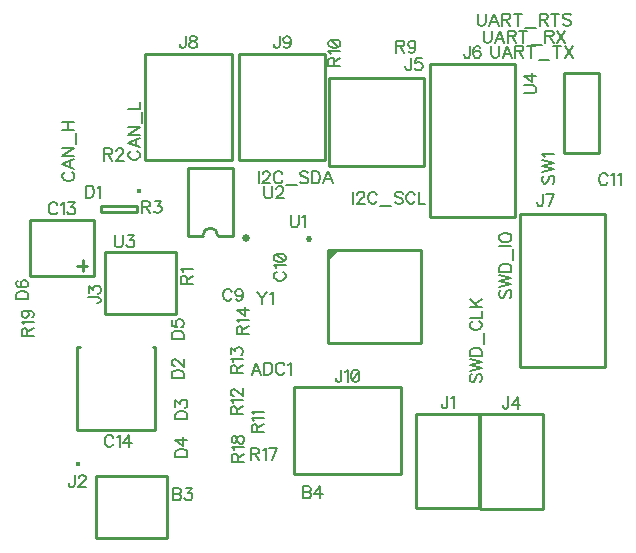
<source format=gbr>
G04 DipTrace 3.2.0.1*
G04 TopSilk.gbr*
%MOIN*%
G04 #@! TF.FileFunction,Legend,Top*
G04 #@! TF.Part,Single*
%ADD10C,0.009843*%
%ADD29C,0.015404*%
%ADD39C,0.02075*%
%ADD42C,0.02501*%
%ADD44C,0.01541*%
%ADD99C,0.005906*%
%FSLAX26Y26*%
G04*
G70*
G90*
G75*
G01*
G04 TopSilk*
%LPD*%
X659056Y1488189D2*
D10*
X446458D1*
Y1301181D1*
X659056D1*
Y1488189D1*
X637393Y1334637D2*
X601952D1*
X621639Y1354329D2*
Y1316927D1*
D29*
X810377Y1586071D3*
X801176Y1535930D2*
D10*
X683071D1*
Y1516235D1*
X801176D1*
Y1535930D1*
X1733215Y527535D2*
X1941886D1*
Y842504D1*
X1733215D1*
Y527535D1*
X664955Y635531D2*
X901181D1*
Y426860D1*
X664955D1*
Y635531D1*
X932683Y1173130D2*
X696457D1*
Y1381801D1*
X932683D1*
Y1173130D1*
X1945693Y526289D2*
X2154364D1*
Y841257D1*
X1945693D1*
Y526289D1*
X1760728Y1667717D2*
X1441831D1*
Y1962992D1*
X1760728D1*
Y1667717D1*
X2063583Y2009252D2*
X1778150D1*
Y1497441D1*
X2063583D1*
Y2009252D1*
X2363583Y1509252D2*
X2078150D1*
Y997441D1*
X2363583D1*
Y1509252D1*
X830413Y1686614D2*
X1117815D1*
Y2042913D1*
X830413D1*
Y1686614D1*
X1142913D2*
X1430315D1*
Y2042913D1*
X1142913D1*
Y1686614D1*
X1682155Y642971D2*
X1325856D1*
Y930373D1*
X1682155D1*
Y642971D1*
X1439579Y1389063D2*
X1750579D1*
Y1078063D1*
X1439579D1*
Y1389063D1*
G36*
D2*
Y1352813D1*
X1475829Y1389063D1*
X1439579D1*
G37*
D39*
X1377354Y1425363D3*
X971778Y1435820D2*
D10*
Y1660826D1*
X1121779D1*
Y1435820D1*
X1071788D1*
X971778D2*
X1021769D1*
X1071788D2*
G03X1021769Y1435820I-25010J-4D01*
G01*
D42*
X1167544Y1426963D3*
X603538Y789587D2*
D10*
X863381D1*
X603538Y1065177D2*
Y789587D1*
Y1065177D2*
X611404D1*
X863381D2*
Y789587D1*
Y1065177D2*
X855515D1*
D44*
X604472Y674641D3*
X2226280Y1710039D2*
D10*
X2343996D1*
Y1978150D1*
X2226280D1*
Y1710039D1*
X1215165Y972764D2*
D99*
X1199822Y1012956D1*
X1184524Y972764D1*
X1190272Y986162D2*
X1209417D1*
X1226976Y1012956D2*
Y972764D1*
X1240374D1*
X1246122Y974710D1*
X1249968Y978513D1*
X1251870Y982359D1*
X1253771Y988063D1*
Y997658D1*
X1251870Y1003406D1*
X1249968Y1007208D1*
X1246122Y1011055D1*
X1240374Y1012956D1*
X1226976D1*
X1294278Y1003406D2*
X1292377Y1007208D1*
X1288530Y1011055D1*
X1284727Y1012956D1*
X1277078D1*
X1273231Y1011055D1*
X1269429Y1007208D1*
X1267483Y1003406D1*
X1265582Y997658D1*
Y988063D1*
X1267483Y982359D1*
X1269429Y978513D1*
X1273231Y974710D1*
X1277078Y972764D1*
X1284727D1*
X1288530Y974710D1*
X1292377Y978513D1*
X1294278Y982359D1*
X1306089Y1005263D2*
X1309936Y1007208D1*
X1315684Y1012912D1*
Y972764D1*
X922028Y594177D2*
Y553985D1*
X939272D1*
X945020Y555930D1*
X946922Y557832D1*
X948823Y561634D1*
Y567382D1*
X946922Y571229D1*
X945020Y573130D1*
X939272Y575032D1*
X945020Y576977D1*
X946922Y578878D1*
X948823Y582681D1*
Y586528D1*
X946922Y590330D1*
X945020Y592276D1*
X939272Y594177D1*
X922028D1*
Y575032D2*
X939272D1*
X964481Y594133D2*
X985483D1*
X974031Y578834D1*
X979779D1*
X983582Y576933D1*
X985483Y575032D1*
X987429Y569284D1*
Y565481D1*
X985483Y559733D1*
X981680Y555886D1*
X975932Y553985D1*
X970184D1*
X964481Y555886D1*
X962579Y557832D1*
X960634Y561634D1*
X1355268Y600432D2*
Y560240D1*
X1372512D1*
X1378260Y562185D1*
X1380161Y564086D1*
X1382062Y567889D1*
Y573637D1*
X1380161Y577484D1*
X1378260Y579385D1*
X1372512Y581286D1*
X1378260Y583232D1*
X1380161Y585133D1*
X1382062Y588935D1*
Y592782D1*
X1380161Y596585D1*
X1378260Y598530D1*
X1372512Y600432D1*
X1355268D1*
Y581286D2*
X1372512D1*
X1413019Y560240D2*
Y600387D1*
X1393874Y573637D1*
X1422569D1*
X1119076Y1248843D2*
X1117175Y1252645D1*
X1113328Y1256492D1*
X1109525Y1258393D1*
X1101876D1*
X1098029Y1256492D1*
X1094227Y1252645D1*
X1092281Y1248843D1*
X1090380Y1243095D1*
Y1233500D1*
X1092281Y1227796D1*
X1094227Y1223950D1*
X1098029Y1220147D1*
X1101876Y1218201D1*
X1109525D1*
X1113328Y1220147D1*
X1117175Y1223950D1*
X1119076Y1227796D1*
X1155780Y1244996D2*
X1153835Y1239248D1*
X1150032Y1235401D1*
X1144284Y1233500D1*
X1142383D1*
X1136635Y1235401D1*
X1132832Y1239248D1*
X1130887Y1244996D1*
Y1246897D1*
X1132832Y1252645D1*
X1136635Y1256448D1*
X1142383Y1258349D1*
X1144284D1*
X1150032Y1256448D1*
X1153835Y1252645D1*
X1155780Y1244996D1*
Y1235401D1*
X1153835Y1225851D1*
X1150032Y1220103D1*
X1144284Y1218201D1*
X1140482D1*
X1134734Y1220103D1*
X1132832Y1223950D1*
X1268529Y1314953D2*
X1264726Y1313051D1*
X1260879Y1309205D1*
X1258978Y1305402D1*
Y1297753D1*
X1260879Y1293906D1*
X1264726Y1290103D1*
X1268528Y1288158D1*
X1274276Y1286257D1*
X1283871D1*
X1289575Y1288158D1*
X1293422Y1290103D1*
X1297224Y1293906D1*
X1299170Y1297753D1*
Y1305402D1*
X1297224Y1309204D1*
X1293422Y1313051D1*
X1289575Y1314953D1*
X1266671Y1326764D2*
X1264726Y1330610D1*
X1259022Y1336358D1*
X1299170D1*
X1259022Y1359665D2*
X1260923Y1353917D1*
X1266671Y1350071D1*
X1276222Y1348169D1*
X1281970D1*
X1291521Y1350071D1*
X1297269Y1353917D1*
X1299170Y1359665D1*
Y1363468D1*
X1297269Y1369216D1*
X1291521Y1373018D1*
X1281970Y1374964D1*
X1276222D1*
X1266671Y1373019D1*
X1260923Y1369216D1*
X1259022Y1363468D1*
Y1359665D1*
X1266671Y1373019D2*
X1291521Y1350071D1*
X2371632Y1634768D2*
X2369731Y1638571D1*
X2365884Y1642417D1*
X2362082Y1644319D1*
X2354433D1*
X2350586Y1642417D1*
X2346783Y1638571D1*
X2344838Y1634768D1*
X2342937Y1629020D1*
Y1619425D1*
X2344838Y1613721D1*
X2346783Y1609875D1*
X2350586Y1606072D1*
X2354433Y1604127D1*
X2362082D1*
X2365884Y1606072D1*
X2369731Y1609875D1*
X2371632Y1613721D1*
X2383443Y1636625D2*
X2387290Y1638571D1*
X2393038Y1644274D1*
Y1604127D1*
X2404849Y1636625D2*
X2408696Y1638571D1*
X2414444Y1644274D1*
Y1604127D1*
X537099Y1537082D2*
X535198Y1540884D1*
X531351Y1544731D1*
X527549Y1546632D1*
X519900D1*
X516053Y1544731D1*
X512250Y1540884D1*
X510305Y1537082D1*
X508403Y1531334D1*
Y1521739D1*
X510305Y1516035D1*
X512250Y1512188D1*
X516053Y1508386D1*
X519900Y1506440D1*
X527549D1*
X531351Y1508386D1*
X535198Y1512188D1*
X537099Y1516035D1*
X548910Y1538939D2*
X552757Y1540884D1*
X558505Y1546588D1*
Y1506440D1*
X574163Y1546588D2*
X595165D1*
X583714Y1531290D1*
X589462D1*
X593264Y1529388D1*
X595165Y1527487D1*
X597111Y1521739D1*
Y1517936D1*
X595165Y1512188D1*
X591363Y1508342D1*
X585615Y1506440D1*
X579867D1*
X574163Y1508342D1*
X572262Y1510287D1*
X570316Y1514090D1*
X723033Y762273D2*
X721132Y766076D1*
X717285Y769923D1*
X713483Y771824D1*
X705833D1*
X701987Y769923D1*
X698184Y766076D1*
X696239Y762273D1*
X694337Y756525D1*
Y746931D1*
X696239Y741227D1*
X698184Y737380D1*
X701987Y733577D1*
X705833Y731632D1*
X713483D1*
X717285Y733577D1*
X721132Y737380D1*
X723033Y741227D1*
X734844Y764130D2*
X738691Y766076D1*
X744439Y771780D1*
Y731632D1*
X775396D2*
Y771780D1*
X756250Y745029D1*
X784946D1*
X563557Y1647417D2*
X559755Y1645516D1*
X555908Y1641669D1*
X554007Y1637866D1*
Y1630217D1*
X555908Y1626370D1*
X559755Y1622568D1*
X563557Y1620622D1*
X569305Y1618721D1*
X578900D1*
X584604Y1620622D1*
X588451Y1622568D1*
X592253Y1626370D1*
X594199Y1630217D1*
Y1637866D1*
X592253Y1641669D1*
X588451Y1645516D1*
X584604Y1647417D1*
X594199Y1689869D2*
X554007Y1674527D1*
X594199Y1659228D1*
X580801Y1664976D2*
Y1684121D1*
X554007Y1728475D2*
X594199D1*
X554007Y1701680D1*
X594199D1*
X600831Y1740286D2*
Y1776631D1*
X554007Y1788442D2*
X594199D1*
X554007Y1815237D2*
X594199D1*
X573152Y1788442D2*
Y1815237D1*
X782308Y1718090D2*
X778506Y1716188D1*
X774659Y1712342D1*
X772757Y1708539D1*
Y1700890D1*
X774659Y1697043D1*
X778505Y1693241D1*
X782308Y1691295D1*
X788056Y1689394D1*
X797651D1*
X803355Y1691295D1*
X807201Y1693241D1*
X811004Y1697043D1*
X812949Y1700890D1*
Y1708539D1*
X811004Y1712342D1*
X807201Y1716188D1*
X803355Y1718090D1*
X812949Y1760542D2*
X772757Y1745199D1*
X812949Y1729901D1*
X799552Y1735649D2*
Y1754794D1*
X772757Y1799148D2*
X812949D1*
X772757Y1772353D1*
X812949D1*
X819582Y1810959D2*
Y1847304D1*
X772757Y1859115D2*
X812949D1*
Y1882063D1*
X632725Y1602439D2*
Y1562247D1*
X646123D1*
X651871Y1564193D1*
X655717Y1567995D1*
X657619Y1571842D1*
X659520Y1577546D1*
Y1587141D1*
X657619Y1592889D1*
X655717Y1596691D1*
X651871Y1600538D1*
X646123Y1602439D1*
X632725D1*
X671331Y1594746D2*
X675178Y1596691D1*
X680926Y1602395D1*
Y1562247D1*
X918230Y960902D2*
X958422D1*
Y974300D1*
X956476Y980048D1*
X952674Y983894D1*
X948827Y985796D1*
X943123Y987697D1*
X933529D1*
X927780Y985796D1*
X923978Y983894D1*
X920131Y980048D1*
X918230Y974300D1*
Y960902D1*
X927825Y1001453D2*
X925923D1*
X922077Y1003355D1*
X920175Y1005256D1*
X918274Y1009103D1*
Y1016752D1*
X920175Y1020555D1*
X922077Y1022456D1*
X925923Y1024401D1*
X929726D1*
X933573Y1022456D1*
X939277Y1018653D1*
X958422Y999508D1*
Y1026303D1*
X930730Y823402D2*
X970922D1*
Y836800D1*
X968976Y842548D1*
X965174Y846394D1*
X961327Y848296D1*
X955623Y850197D1*
X946029D1*
X940280Y848296D1*
X936478Y846394D1*
X932631Y842548D1*
X930730Y836800D1*
Y823402D1*
X930774Y865855D2*
Y886857D1*
X946073Y875405D1*
Y881153D1*
X947974Y884956D1*
X949875Y886857D1*
X955623Y888803D1*
X959426D1*
X965174Y886857D1*
X969021Y883055D1*
X970922Y877306D1*
Y871558D1*
X969021Y865855D1*
X967075Y863953D1*
X963273Y862008D1*
X930730Y697452D2*
X970922D1*
Y710849D1*
X968976Y716597D1*
X965174Y720444D1*
X961327Y722345D1*
X955623Y724246D1*
X946029D1*
X940280Y722345D1*
X936478Y720444D1*
X932631Y716597D1*
X930730Y710849D1*
Y697452D1*
X970922Y755203D2*
X930774D1*
X957525Y736057D1*
Y764753D1*
X918230Y1092152D2*
X958422D1*
Y1105549D1*
X956476Y1111297D1*
X952674Y1115144D1*
X948827Y1117045D1*
X943123Y1118946D1*
X933529D1*
X927780Y1117045D1*
X923978Y1115144D1*
X920131Y1111297D1*
X918230Y1105549D1*
Y1092152D1*
X918274Y1153705D2*
Y1134604D1*
X935474Y1132703D1*
X933573Y1134604D1*
X931627Y1140352D1*
Y1146056D1*
X933573Y1151804D1*
X937375Y1155651D1*
X943123Y1157552D1*
X946926D1*
X952674Y1155651D1*
X956521Y1151804D1*
X958422Y1146056D1*
Y1140352D1*
X956521Y1134604D1*
X954575Y1132703D1*
X950773Y1130757D1*
X399481Y1224572D2*
X439673D1*
Y1237969D1*
X437727Y1243717D1*
X433925Y1247564D1*
X430078Y1249465D1*
X424374Y1251367D1*
X414779D1*
X409031Y1249465D1*
X405229Y1247564D1*
X401382Y1243717D1*
X399481Y1237969D1*
Y1224572D1*
X405229Y1286125D2*
X401426Y1284224D1*
X399525Y1278476D1*
Y1274674D1*
X401426Y1268926D1*
X407174Y1265079D1*
X416725Y1263178D1*
X426275D1*
X433925Y1265079D1*
X437771Y1268926D1*
X439673Y1274674D1*
Y1276575D1*
X437771Y1282279D1*
X433925Y1286125D1*
X428177Y1288027D1*
X426275D1*
X420527Y1286125D1*
X416725Y1282279D1*
X414823Y1276575D1*
Y1274674D1*
X416725Y1268926D1*
X420527Y1265079D1*
X426275Y1263178D1*
X1523131Y1581672D2*
Y1541480D1*
X1536887Y1572077D2*
Y1573978D1*
X1538788Y1577825D1*
X1540690Y1579726D1*
X1544536Y1581627D1*
X1552186D1*
X1555988Y1579726D1*
X1557889Y1577825D1*
X1559835Y1573978D1*
Y1570176D1*
X1557889Y1566329D1*
X1554087Y1560625D1*
X1534942Y1541480D1*
X1561736D1*
X1602243Y1572121D2*
X1600342Y1575924D1*
X1596495Y1579770D1*
X1592693Y1581672D1*
X1585043D1*
X1581197Y1579770D1*
X1577394Y1575924D1*
X1575449Y1572121D1*
X1573547Y1566373D1*
Y1556778D1*
X1575449Y1551075D1*
X1577394Y1547228D1*
X1581197Y1543425D1*
X1585043Y1541480D1*
X1592693D1*
X1596495Y1543425D1*
X1600342Y1547228D1*
X1602243Y1551075D1*
X1614054Y1534847D2*
X1650399D1*
X1689005Y1575924D2*
X1685203Y1579770D1*
X1679455Y1581672D1*
X1671805D1*
X1666057Y1579770D1*
X1662210Y1575924D1*
Y1572121D1*
X1664156Y1568274D1*
X1666057Y1566373D1*
X1669860Y1564472D1*
X1681356Y1560625D1*
X1685203Y1558724D1*
X1687104Y1556778D1*
X1689005Y1552976D1*
Y1547228D1*
X1685203Y1543425D1*
X1679455Y1541480D1*
X1671805D1*
X1666057Y1543425D1*
X1662210Y1547228D1*
X1729512Y1572121D2*
X1727611Y1575924D1*
X1723764Y1579770D1*
X1719962Y1581672D1*
X1712312D1*
X1708465Y1579770D1*
X1704663Y1575924D1*
X1702717Y1572121D1*
X1700816Y1566373D1*
Y1556778D1*
X1702717Y1551075D1*
X1704663Y1547228D1*
X1708465Y1543425D1*
X1712312Y1541480D1*
X1719962D1*
X1723764Y1543425D1*
X1727611Y1547228D1*
X1729512Y1551075D1*
X1741323Y1581672D2*
Y1541480D1*
X1764271D1*
X1207734Y1650421D2*
Y1610229D1*
X1221491Y1640826D2*
Y1642728D1*
X1223392Y1646574D1*
X1225293Y1648476D1*
X1229140Y1650377D1*
X1236790D1*
X1240592Y1648476D1*
X1242493Y1646574D1*
X1244439Y1642728D1*
Y1638925D1*
X1242493Y1635078D1*
X1238691Y1629374D1*
X1219545Y1610229D1*
X1246340D1*
X1286847Y1640870D2*
X1284946Y1644673D1*
X1281099Y1648520D1*
X1277296Y1650421D1*
X1269647D1*
X1265800Y1648520D1*
X1261998Y1644673D1*
X1260052Y1640870D1*
X1258151Y1635122D1*
Y1625528D1*
X1260052Y1619824D1*
X1261998Y1615977D1*
X1265800Y1612175D1*
X1269647Y1610229D1*
X1277296D1*
X1281099Y1612175D1*
X1284946Y1615977D1*
X1286847Y1619824D1*
X1298658Y1603597D2*
X1335003D1*
X1373609Y1644673D2*
X1369806Y1648520D1*
X1364058Y1650421D1*
X1356409D1*
X1350661Y1648520D1*
X1346814Y1644673D1*
Y1640870D1*
X1348760Y1637024D1*
X1350661Y1635122D1*
X1354464Y1633221D1*
X1365960Y1629374D1*
X1369806Y1627473D1*
X1371708Y1625528D1*
X1373609Y1621725D1*
Y1615977D1*
X1369806Y1612175D1*
X1364058Y1610229D1*
X1356409D1*
X1350661Y1612175D1*
X1346814Y1615977D1*
X1385420Y1650421D2*
Y1610229D1*
X1398817D1*
X1404565Y1612175D1*
X1408412Y1615977D1*
X1410313Y1619824D1*
X1412215Y1625528D1*
Y1635122D1*
X1410313Y1640870D1*
X1408412Y1644673D1*
X1404565Y1648520D1*
X1398817Y1650421D1*
X1385420D1*
X1454667Y1610229D2*
X1439324Y1650421D1*
X1424026Y1610229D1*
X1429774Y1623626D2*
X1448919D1*
X1837400Y900947D2*
Y870350D1*
X1835499Y864602D1*
X1833553Y862701D1*
X1829751Y860755D1*
X1825904D1*
X1822101Y862701D1*
X1820200Y864602D1*
X1818255Y870350D1*
Y874153D1*
X1849211Y893254D2*
X1853058Y895199D1*
X1858806Y900903D1*
Y860755D1*
X594748Y637726D2*
Y607128D1*
X592846Y601380D1*
X590901Y599479D1*
X587098Y597534D1*
X583251D1*
X579449Y599479D1*
X577548Y601380D1*
X575602Y607128D1*
Y610931D1*
X608504Y628131D2*
Y630032D1*
X610405Y633879D1*
X612307Y635780D1*
X616153Y637681D1*
X623803D1*
X627605Y635780D1*
X629506Y633879D1*
X631452Y630032D1*
Y626229D1*
X629506Y622383D1*
X625704Y616679D1*
X606559Y597534D1*
X633353D1*
X640966Y1230279D2*
X671563D1*
X677311Y1228378D1*
X679213Y1226432D1*
X681158Y1222630D1*
Y1218783D1*
X679213Y1214981D1*
X677311Y1213079D1*
X671563Y1211134D1*
X667761D1*
X641010Y1245937D2*
Y1266939D1*
X656309Y1255487D1*
Y1261235D1*
X658210Y1265038D1*
X660112Y1266939D1*
X665860Y1268885D1*
X669662D1*
X675410Y1266939D1*
X679257Y1263137D1*
X681158Y1257389D1*
Y1251641D1*
X679257Y1245937D1*
X677311Y1244036D1*
X673509Y1242090D1*
X2040327Y899701D2*
Y869103D1*
X2038426Y863355D1*
X2036480Y861454D1*
X2032678Y859509D1*
X2028831D1*
X2025028Y861454D1*
X2023127Y863355D1*
X2021182Y869103D1*
Y872906D1*
X2071283Y859509D2*
Y899656D1*
X2052138Y872906D1*
X2080834D1*
X1716549Y2027685D2*
Y1997088D1*
X1714648Y1991340D1*
X1712703Y1989438D1*
X1708900Y1987493D1*
X1705053D1*
X1701251Y1989438D1*
X1699349Y1991340D1*
X1697404Y1997088D1*
Y2000890D1*
X1751308Y2027641D2*
X1732207D1*
X1730306Y2010441D1*
X1732207Y2012342D1*
X1737955Y2014288D1*
X1743659D1*
X1749407Y2012342D1*
X1753254Y2008539D1*
X1755155Y2002791D1*
Y1998989D1*
X1753254Y1993241D1*
X1749407Y1989394D1*
X1743659Y1987493D1*
X1737955D1*
X1732207Y1989394D1*
X1730306Y1991340D1*
X1728360Y1995142D1*
X1912109Y2067695D2*
Y2037098D1*
X1910207Y2031350D1*
X1908262Y2029449D1*
X1904459Y2027503D1*
X1900613D1*
X1896810Y2029449D1*
X1894909Y2031350D1*
X1892963Y2037098D1*
Y2040901D1*
X1946868Y2061947D2*
X1944966Y2065750D1*
X1939218Y2067651D1*
X1935416D1*
X1929668Y2065750D1*
X1925821Y2060002D1*
X1923920Y2050451D1*
Y2040901D1*
X1925821Y2033251D1*
X1929668Y2029405D1*
X1935416Y2027503D1*
X1937317D1*
X1943021Y2029405D1*
X1946868Y2033251D1*
X1948769Y2038999D1*
Y2040901D1*
X1946868Y2046649D1*
X1943021Y2050451D1*
X1937317Y2052353D1*
X1935416D1*
X1929668Y2050451D1*
X1925821Y2046649D1*
X1923920Y2040901D1*
X2154887Y1573946D2*
Y1543349D1*
X2152985Y1537601D1*
X2151040Y1535699D1*
X2147237Y1533754D1*
X2143391D1*
X2139588Y1535699D1*
X2137687Y1537601D1*
X2135741Y1543349D1*
Y1547151D1*
X2174347Y1533754D2*
X2193492Y1573902D1*
X2166698D1*
X964406Y2101357D2*
Y2070760D1*
X962505Y2065012D1*
X960559Y2063110D1*
X956757Y2061165D1*
X952910D1*
X949108Y2063110D1*
X947206Y2065012D1*
X945261Y2070760D1*
Y2074562D1*
X985768Y2101313D2*
X980064Y2099411D1*
X978118Y2095609D1*
Y2091762D1*
X980064Y2087959D1*
X983866Y2086014D1*
X991516Y2084113D1*
X997264Y2082211D1*
X1001066Y2078365D1*
X1002968Y2074562D1*
Y2068814D1*
X1001066Y2065012D1*
X999165Y2063066D1*
X993417Y2061165D1*
X985768D1*
X980064Y2063066D1*
X978118Y2065012D1*
X976217Y2068814D1*
Y2074562D1*
X978118Y2078365D1*
X981965Y2082211D1*
X987669Y2084113D1*
X995318Y2086014D1*
X999165Y2087959D1*
X1001066Y2091762D1*
Y2095609D1*
X999165Y2099411D1*
X993417Y2101313D1*
X985768D1*
X1277835Y2101357D2*
Y2070760D1*
X1275933Y2065012D1*
X1273988Y2063110D1*
X1270185Y2061165D1*
X1266339D1*
X1262536Y2063110D1*
X1260635Y2065012D1*
X1258689Y2070760D1*
Y2074562D1*
X1314539Y2087959D2*
X1312594Y2082211D1*
X1308791Y2078365D1*
X1303043Y2076463D1*
X1301142D1*
X1295394Y2078365D1*
X1291591Y2082211D1*
X1289646Y2087959D1*
Y2089861D1*
X1291591Y2095609D1*
X1295394Y2099411D1*
X1301142Y2101313D1*
X1303043D1*
X1308791Y2099411D1*
X1312594Y2095609D1*
X1314539Y2087959D1*
Y2078365D1*
X1312594Y2068814D1*
X1308791Y2063066D1*
X1303043Y2061165D1*
X1299240D1*
X1293492Y2063066D1*
X1291591Y2066913D1*
X1483572Y988816D2*
Y958219D1*
X1481671Y952471D1*
X1479725Y950570D1*
X1475923Y948624D1*
X1472076D1*
X1468274Y950570D1*
X1466372Y952471D1*
X1464427Y958219D1*
Y962021D1*
X1495383Y981123D2*
X1499230Y983068D1*
X1504978Y988772D1*
Y948624D1*
X1528285Y988772D2*
X1522537Y986871D1*
X1518690Y981123D1*
X1516789Y971572D1*
Y965824D1*
X1518690Y956273D1*
X1522537Y950525D1*
X1528285Y948624D1*
X1532088D1*
X1537836Y950525D1*
X1541638Y956273D1*
X1543584Y965824D1*
Y971572D1*
X1541638Y981123D1*
X1537836Y986871D1*
X1532088Y988772D1*
X1528285D1*
X1541638Y981123D2*
X1518690Y956273D1*
X968182Y1275851D2*
Y1293051D1*
X966237Y1298799D1*
X964336Y1300745D1*
X960533Y1302646D1*
X956686D1*
X952884Y1300745D1*
X950938Y1298799D1*
X949037Y1293051D1*
Y1275851D1*
X989229D1*
X968182Y1289249D2*
X989229Y1302646D1*
X956731Y1314457D2*
X954785Y1318304D1*
X949081Y1324052D1*
X989229D1*
X692792Y1707310D2*
X709992D1*
X715740Y1709255D1*
X717685Y1711157D1*
X719587Y1714959D1*
Y1718806D1*
X717685Y1722608D1*
X715740Y1724554D1*
X709992Y1726455D1*
X692792D1*
Y1686263D1*
X706189Y1707310D2*
X719587Y1686263D1*
X733343Y1716860D2*
Y1718762D1*
X735244Y1722608D1*
X737146Y1724510D1*
X740992Y1726411D1*
X748642D1*
X752444Y1724510D1*
X754346Y1722608D1*
X756291Y1718762D1*
Y1714959D1*
X754346Y1711112D1*
X750543Y1705409D1*
X731398Y1686263D1*
X758192D1*
X819613Y1532310D2*
X836813D1*
X842561Y1534255D1*
X844507Y1536157D1*
X846408Y1539959D1*
Y1543806D1*
X844507Y1547608D1*
X842561Y1549554D1*
X836813Y1551455D1*
X819613D1*
Y1511263D1*
X833011Y1532310D2*
X846408Y1511263D1*
X862066Y1551411D2*
X883068D1*
X871616Y1536112D1*
X877365D1*
X881167Y1534211D1*
X883068Y1532310D1*
X885014Y1526562D1*
Y1522759D1*
X883068Y1517011D1*
X879266Y1513164D1*
X873518Y1511263D1*
X867770D1*
X862066Y1513164D1*
X860165Y1515110D1*
X858219Y1518912D1*
X1667266Y2066463D2*
X1684466D1*
X1690214Y2068409D1*
X1692160Y2070310D1*
X1694061Y2074113D1*
Y2077959D1*
X1692160Y2081762D1*
X1690214Y2083707D1*
X1684466Y2085609D1*
X1667266D1*
Y2045417D1*
X1680664Y2066463D2*
X1694061Y2045417D1*
X1730765Y2072211D2*
X1728820Y2066463D1*
X1725017Y2062617D1*
X1719269Y2060715D1*
X1717368D1*
X1711620Y2062617D1*
X1707817Y2066463D1*
X1705872Y2072211D1*
Y2074113D1*
X1707817Y2079861D1*
X1711620Y2083663D1*
X1717368Y2085565D1*
X1719269D1*
X1725017Y2083663D1*
X1728820Y2079861D1*
X1730765Y2072211D1*
Y2062617D1*
X1728820Y2053066D1*
X1725017Y2047318D1*
X1719269Y2045417D1*
X1715467D1*
X1709719Y2047318D1*
X1707817Y2051165D1*
X1459718Y2002513D2*
Y2019713D1*
X1457772Y2025461D1*
X1455871Y2027406D1*
X1452069Y2029308D1*
X1448222D1*
X1444419Y2027406D1*
X1442474Y2025461D1*
X1440572Y2019713D1*
Y2002513D1*
X1480764D1*
X1459718Y2015910D2*
X1480764Y2029308D1*
X1448266Y2041119D2*
X1446320Y2044965D1*
X1440617Y2050713D1*
X1480764D1*
X1440617Y2074021D2*
X1442518Y2068273D1*
X1448266Y2064426D1*
X1457817Y2062524D1*
X1463565D1*
X1473115Y2064426D1*
X1478863Y2068272D1*
X1480764Y2074020D1*
Y2077823D1*
X1478863Y2083571D1*
X1473115Y2087374D1*
X1463565Y2089319D1*
X1457817D1*
X1448266Y2087374D1*
X1442518Y2083571D1*
X1440617Y2077823D1*
Y2074021D1*
X1448266Y2087374D2*
X1473115Y2064426D1*
X1203464Y779860D2*
X1203465Y797060D1*
X1201519Y802808D1*
X1199618Y804753D1*
X1195815Y806654D1*
X1191968D1*
X1188166Y804753D1*
X1186220Y802808D1*
X1184319Y797060D1*
Y779860D1*
X1224511D1*
X1203465Y793257D2*
X1224511Y806654D1*
X1192013Y818465D2*
X1190067Y822312D1*
X1184363Y828060D1*
X1224511D1*
X1192013Y839871D2*
X1190067Y843718D1*
X1184363Y849466D1*
X1224511D1*
X1134718Y840013D2*
Y857213D1*
X1132772Y862961D1*
X1130871Y864906D1*
X1127069Y866808D1*
X1123222D1*
X1119419Y864906D1*
X1117474Y862961D1*
X1115572Y857213D1*
Y840013D1*
X1155764D1*
X1134718Y853410D2*
X1155764Y866808D1*
X1123266Y878619D2*
X1121320Y882465D1*
X1115617Y888213D1*
X1155764D1*
X1125167Y901970D2*
X1123266D1*
X1119419Y903871D1*
X1117518Y905773D1*
X1115617Y909619D1*
Y917269D1*
X1117518Y921071D1*
X1119419Y922972D1*
X1123266Y924918D1*
X1127068D1*
X1130915Y922972D1*
X1136619Y919170D1*
X1155764Y900024D1*
Y926819D1*
X1134718Y977513D2*
Y994713D1*
X1132772Y1000461D1*
X1130871Y1002406D1*
X1127069Y1004308D1*
X1123222D1*
X1119419Y1002406D1*
X1117474Y1000461D1*
X1115572Y994713D1*
Y977513D1*
X1155764D1*
X1134718Y990910D2*
X1155764Y1004308D1*
X1123266Y1016119D2*
X1121320Y1019965D1*
X1115617Y1025713D1*
X1155764D1*
X1115617Y1041371D2*
Y1062374D1*
X1130915Y1050922D1*
Y1056670D1*
X1132817Y1060472D1*
X1134718Y1062374D1*
X1140466Y1064319D1*
X1144268D1*
X1150016Y1062374D1*
X1153863Y1058571D1*
X1155764Y1052823D1*
Y1047075D1*
X1153863Y1041371D1*
X1151918Y1039470D1*
X1148115Y1037524D1*
X1153467Y1107812D2*
Y1125012D1*
X1151522Y1130760D1*
X1149620Y1132705D1*
X1145818Y1134606D1*
X1141971D1*
X1138169Y1132705D1*
X1136223Y1130760D1*
X1134322Y1125012D1*
Y1107812D1*
X1174514D1*
X1153467Y1121209D2*
X1174514Y1134606D1*
X1142015Y1146417D2*
X1140070Y1150264D1*
X1134366Y1156012D1*
X1174514D1*
Y1186969D2*
X1134366D1*
X1161116Y1167823D1*
Y1196519D1*
X1183762Y708934D2*
X1200962D1*
X1206710Y710880D1*
X1208656Y712781D1*
X1210557Y716584D1*
Y720431D1*
X1208656Y724233D1*
X1206710Y726179D1*
X1200962Y728080D1*
X1183762D1*
Y687888D1*
X1197160Y708934D2*
X1210557Y687888D1*
X1222368Y720386D2*
X1226215Y722332D1*
X1231963Y728036D1*
Y687888D1*
X1251423D2*
X1270568Y728036D1*
X1243774D1*
X1137867Y682502D2*
Y699702D1*
X1135922Y705450D1*
X1134021Y707396D1*
X1130218Y709297D1*
X1126371D1*
X1122569Y707396D1*
X1120623Y705450D1*
X1118722Y699702D1*
Y682502D1*
X1158914D1*
X1137867Y695900D2*
X1158914Y709297D1*
X1126416Y721108D2*
X1124470Y724955D1*
X1118766Y730703D1*
X1158914D1*
X1118766Y752064D2*
X1120668Y746361D1*
X1124470Y744415D1*
X1128317D1*
X1132119Y746361D1*
X1134065Y750163D1*
X1135966Y757812D1*
X1137867Y763560D1*
X1141714Y767363D1*
X1145517Y769264D1*
X1151265D1*
X1155067Y767363D1*
X1157013Y765462D1*
X1158914Y759714D1*
Y752064D1*
X1157013Y746360D1*
X1155067Y744415D1*
X1151265Y742514D1*
X1145517D1*
X1141714Y744415D1*
X1137867Y748262D1*
X1135966Y753966D1*
X1134065Y761615D1*
X1132119Y765462D1*
X1128317Y767363D1*
X1124470D1*
X1120668Y765462D1*
X1118766Y759714D1*
Y752064D1*
X436933Y1101248D2*
Y1118448D1*
X434988Y1124196D1*
X433086Y1126142D1*
X429284Y1128043D1*
X425437D1*
X421634Y1126142D1*
X419689Y1124196D1*
X417788Y1118448D1*
Y1101248D1*
X457980D1*
X436933Y1114646D2*
X457980Y1128043D1*
X425481Y1139854D2*
X423536Y1143701D1*
X417832Y1149449D1*
X457980D1*
X431185Y1186153D2*
X436933Y1184208D1*
X440780Y1180405D1*
X442681Y1174657D1*
Y1172756D1*
X440780Y1167008D1*
X436933Y1163205D1*
X431185Y1161260D1*
X429284D1*
X423536Y1163205D1*
X419733Y1167008D1*
X417832Y1172756D1*
Y1174657D1*
X419733Y1180405D1*
X423536Y1184208D1*
X431185Y1186153D1*
X440780D1*
X450330Y1184208D1*
X456078Y1180405D1*
X457980Y1174657D1*
Y1170855D1*
X456078Y1165107D1*
X452232Y1163205D1*
X2159706Y1636305D2*
X2155860Y1632503D1*
X2153958Y1626755D1*
Y1619105D1*
X2155859Y1613357D1*
X2159706Y1609510D1*
X2163509D1*
X2167356Y1611456D1*
X2169257Y1613357D1*
X2171158Y1617160D1*
X2175005Y1628656D1*
X2176906Y1632503D1*
X2178852Y1634404D1*
X2182654Y1636305D1*
X2188402D1*
X2192205Y1632502D1*
X2194150Y1626754D1*
Y1619105D1*
X2192205Y1613357D1*
X2188402Y1609510D1*
X2153958Y1648116D2*
X2194150Y1657711D1*
X2153958Y1667261D1*
X2194150Y1676812D1*
X2153958Y1686407D1*
X2161652Y1698218D2*
X2159706Y1702065D1*
X2154002Y1707813D1*
X2194150D1*
X1917974Y973758D2*
X1914127Y969956D1*
X1912226Y964208D1*
Y956558D1*
X1914127Y950810D1*
X1917974Y946963D1*
X1921776D1*
X1925623Y948909D1*
X1927525Y950810D1*
X1929426Y954613D1*
X1933273Y966109D1*
X1935174Y969956D1*
X1937119Y971857D1*
X1940922Y973758D1*
X1946670D1*
X1950473Y969956D1*
X1952418Y964208D1*
Y956558D1*
X1950472Y950810D1*
X1946670Y946963D1*
X1912226Y985569D2*
X1952418Y995164D1*
X1912226Y1004714D1*
X1952418Y1014265D1*
X1912226Y1023860D1*
Y1035671D2*
X1952418D1*
Y1049068D1*
X1950472Y1054816D1*
X1946670Y1058663D1*
X1942823Y1060564D1*
X1937119Y1062465D1*
X1927525D1*
X1921777Y1060564D1*
X1917974Y1058663D1*
X1914127Y1054816D1*
X1912226Y1049068D1*
Y1035671D1*
X1959050Y1074276D2*
Y1110622D1*
X1921777Y1151129D2*
X1917974Y1149227D1*
X1914127Y1145381D1*
X1912226Y1141578D1*
Y1133929D1*
X1914127Y1130082D1*
X1917974Y1126280D1*
X1921777Y1124334D1*
X1927525Y1122433D1*
X1937119D1*
X1942823Y1124334D1*
X1946670Y1126280D1*
X1950472Y1130082D1*
X1952418Y1133929D1*
Y1141578D1*
X1950472Y1145381D1*
X1946670Y1149227D1*
X1942823Y1151129D1*
X1912226Y1162940D2*
X1952418D1*
Y1185888D1*
X1912226Y1197699D2*
X1952418D1*
X1912226Y1224493D2*
X1939021Y1197699D1*
X1929426Y1207249D2*
X1952418Y1224493D1*
X2016006Y1253584D2*
X2012159Y1249782D1*
X2010257Y1244034D1*
Y1236384D1*
X2012159Y1230636D1*
X2016005Y1226790D1*
X2019808D1*
X2023655Y1228735D1*
X2025556Y1230636D1*
X2027457Y1234439D1*
X2031304Y1245935D1*
X2033205Y1249782D1*
X2035151Y1251683D1*
X2038953Y1253584D1*
X2044701D1*
X2048504Y1249782D1*
X2050449Y1244034D1*
Y1236384D1*
X2048504Y1230636D1*
X2044701Y1226790D1*
X2010257Y1265395D2*
X2050449Y1274990D1*
X2010257Y1284541D1*
X2050449Y1294091D1*
X2010257Y1303686D1*
Y1315497D2*
X2050449D1*
Y1328894D1*
X2048504Y1334642D1*
X2044701Y1338489D1*
X2040855Y1340390D1*
X2035151Y1342292D1*
X2025556D1*
X2019808Y1340390D1*
X2016006Y1338489D1*
X2012159Y1334642D1*
X2010257Y1328894D1*
Y1315497D1*
X2057082Y1354103D2*
Y1390448D1*
X2010257Y1402259D2*
X2050449D1*
X2010257Y1425566D2*
X2012159Y1421719D1*
X2016005Y1417917D1*
X2019808Y1415971D1*
X2025556Y1414070D1*
X2035151D1*
X2040855Y1415971D1*
X2044701Y1417917D1*
X2048504Y1421719D1*
X2050449Y1425566D1*
Y1433215D1*
X2048504Y1437018D1*
X2044701Y1440865D1*
X2040855Y1442766D1*
X2035151Y1444667D1*
X2025556D1*
X2019808Y1442766D1*
X2016005Y1440865D1*
X2012159Y1437018D1*
X2010257Y1433215D1*
Y1425566D1*
X1314728Y1504506D2*
Y1475810D1*
X1316629Y1470062D1*
X1320476Y1466260D1*
X1326224Y1464314D1*
X1330026D1*
X1335774Y1466260D1*
X1339621Y1470062D1*
X1341523Y1475810D1*
Y1504506D1*
X1353334Y1496813D2*
X1357180Y1498758D1*
X1362928Y1504462D1*
Y1464314D1*
X1226578Y1600520D2*
Y1571824D1*
X1228479Y1566076D1*
X1232326Y1562274D1*
X1238074Y1560328D1*
X1241877D1*
X1247625Y1562274D1*
X1251471Y1566076D1*
X1253373Y1571824D1*
Y1600520D1*
X1267129Y1590925D2*
Y1592827D1*
X1269030Y1596673D1*
X1270932Y1598575D1*
X1274779Y1600476D1*
X1282428D1*
X1286230Y1598575D1*
X1288132Y1596673D1*
X1290077Y1592827D1*
Y1589024D1*
X1288132Y1585177D1*
X1284329Y1579474D1*
X1265184Y1560328D1*
X1291978D1*
X728623Y1436987D2*
Y1408291D1*
X730524Y1402543D1*
X734371Y1398740D1*
X740119Y1396795D1*
X743921D1*
X749669Y1398740D1*
X753516Y1402543D1*
X755417Y1408291D1*
Y1436987D1*
X771075Y1436942D2*
X792078D1*
X780626Y1421644D1*
X786374D1*
X790176Y1419743D1*
X792078Y1417841D1*
X794023Y1412093D1*
Y1408291D1*
X792078Y1402543D1*
X788275Y1398696D1*
X782527Y1396795D1*
X776779D1*
X771075Y1398696D1*
X769174Y1400641D1*
X767228Y1404444D1*
X2092836Y1910444D2*
X2121532D1*
X2127280Y1912345D1*
X2131083Y1916192D1*
X2133028Y1921940D1*
Y1925742D1*
X2131083Y1931490D1*
X2127280Y1935337D1*
X2121532Y1937238D1*
X2092836D1*
X2133028Y1968195D2*
X2092880D1*
X2119631Y1949049D1*
Y1977745D1*
X1938485Y2175422D2*
Y2146726D1*
X1940386Y2140978D1*
X1944233Y2137176D1*
X1949981Y2135230D1*
X1953783D1*
X1959531Y2137176D1*
X1963378Y2140978D1*
X1965280Y2146726D1*
Y2175422D1*
X2007732Y2135230D2*
X1992389Y2175422D1*
X1977091Y2135230D1*
X1982839Y2148628D2*
X2001984D1*
X2019543Y2156277D2*
X2036743D1*
X2042491Y2158222D1*
X2044436Y2160124D1*
X2046338Y2163926D1*
Y2167773D1*
X2044436Y2171576D1*
X2042491Y2173521D1*
X2036743Y2175422D1*
X2019543D1*
Y2135230D1*
X2032940Y2156277D2*
X2046338Y2135230D1*
X2071546Y2175422D2*
Y2135230D1*
X2058149Y2175422D2*
X2084943D1*
X2096754Y2128598D2*
X2133100D1*
X2144911Y2156277D2*
X2162111D1*
X2167859Y2158222D1*
X2169804Y2160124D1*
X2171705Y2163926D1*
Y2167773D1*
X2169804Y2171576D1*
X2167859Y2173521D1*
X2162111Y2175422D1*
X2144911D1*
Y2135230D1*
X2158308Y2156277D2*
X2171705Y2135230D1*
X2196914Y2175422D2*
Y2135230D1*
X2183516Y2175422D2*
X2210311D1*
X2248917Y2169674D2*
X2245114Y2173521D1*
X2239366Y2175422D1*
X2231717D1*
X2225969Y2173521D1*
X2222122Y2169674D1*
Y2165872D1*
X2224068Y2162025D1*
X2225969Y2160124D1*
X2229771Y2158222D1*
X2241267Y2154376D1*
X2245114Y2152474D1*
X2247015Y2150529D1*
X2248917Y2146726D1*
Y2140978D1*
X2245114Y2137176D1*
X2239366Y2135230D1*
X2231717D1*
X2225969Y2137176D1*
X2222122Y2140978D1*
X1957788Y2119172D2*
Y2090476D1*
X1959689Y2084728D1*
X1963536Y2080925D1*
X1969284Y2078980D1*
X1973086D1*
X1978834Y2080925D1*
X1982681Y2084728D1*
X1984582Y2090476D1*
Y2119172D1*
X2027035Y2078980D2*
X2011692Y2119172D1*
X1996393Y2078980D1*
X2002141Y2092377D2*
X2021287D1*
X2038846Y2100026D2*
X2056046D1*
X2061794Y2101972D1*
X2063739Y2103873D1*
X2065641Y2107676D1*
Y2111522D1*
X2063739Y2115325D1*
X2061794Y2117270D1*
X2056046Y2119172D1*
X2038846D1*
Y2078980D1*
X2052243Y2100026D2*
X2065641Y2078980D1*
X2090849Y2119172D2*
Y2078980D1*
X2077452Y2119172D2*
X2104246D1*
X2116057Y2072347D2*
X2152402D1*
X2164214Y2100026D2*
X2181413D1*
X2187161Y2101972D1*
X2189107Y2103873D1*
X2191008Y2107676D1*
Y2111522D1*
X2189107Y2115325D1*
X2187161Y2117270D1*
X2181413Y2119172D1*
X2164214D1*
Y2078980D1*
X2177611Y2100026D2*
X2191008Y2078980D1*
X2202819Y2119172D2*
X2229614Y2078980D1*
Y2119172D2*
X2202819Y2078980D1*
X1982788Y2069172D2*
Y2040476D1*
X1984689Y2034728D1*
X1988536Y2030925D1*
X1994284Y2028980D1*
X1998086D1*
X2003834Y2030925D1*
X2007681Y2034728D1*
X2009582Y2040476D1*
Y2069172D1*
X2052035Y2028980D2*
X2036692Y2069172D1*
X2021393Y2028980D1*
X2027141Y2042377D2*
X2046287D1*
X2063846Y2050026D2*
X2081046D1*
X2086794Y2051972D1*
X2088739Y2053873D1*
X2090641Y2057676D1*
Y2061522D1*
X2088739Y2065325D1*
X2086794Y2067270D1*
X2081046Y2069172D1*
X2063846D1*
Y2028980D1*
X2077243Y2050026D2*
X2090641Y2028980D1*
X2115849Y2069172D2*
Y2028980D1*
X2102452Y2069172D2*
X2129246D1*
X2141057Y2022347D2*
X2177402D1*
X2202611Y2069172D2*
Y2028980D1*
X2189214Y2069172D2*
X2216008D1*
X2227819D2*
X2254614Y2028980D1*
Y2069172D2*
X2227819Y2028980D1*
X1204265Y1248109D2*
X1219563Y1228963D1*
Y1207917D1*
X1234862Y1248109D2*
X1219563Y1228963D1*
X1246673Y1240415D2*
X1250520Y1242361D1*
X1256268Y1248065D1*
Y1207917D1*
M02*

</source>
